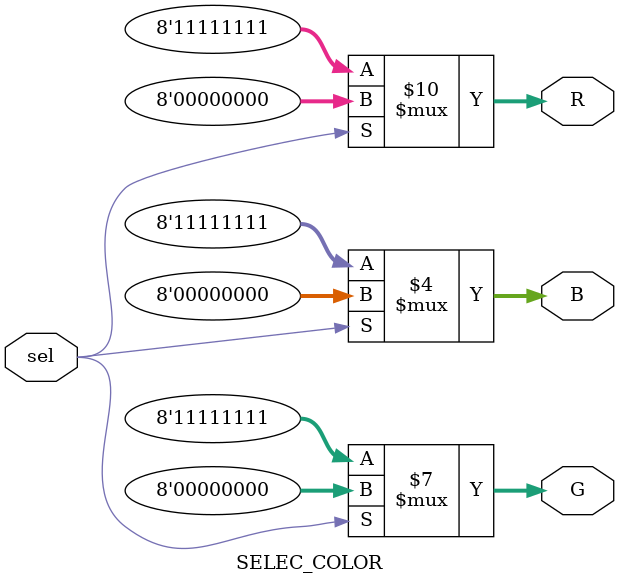
<source format=v>
module SELEC_COLOR (sel,R,G,B);

input sel;
output reg [7:0] R,G,B;

always @(*) 
begin
	if(~sel)
	begin
		R = 8'd255;
		G = 8'd255;
		B = 8'd255;
	end
	else 
	begin
		R = 8'd0;
		G = 8'd0;
		B = 8'd0;
   end
end
endmodule

</source>
